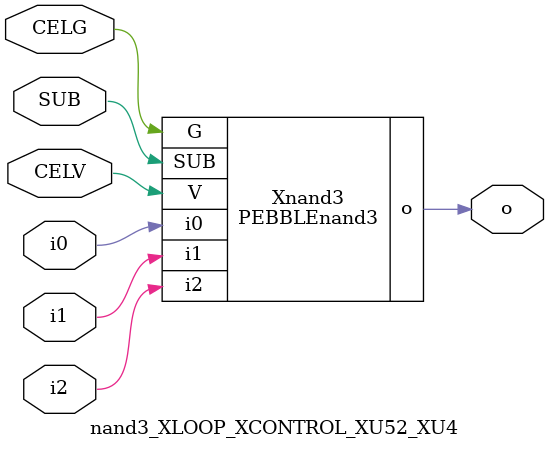
<source format=v>



module PEBBLEnand3 ( o, G, SUB, V, i0, i1, i2 );

  input i0;
  input V;
  input i2;
  input i1;
  input G;
  output o;
  input SUB;
endmodule

//Celera Confidential Do Not Copy nand3_XLOOP_XCONTROL_XU52_XU4
//Celera Confidential Symbol Generator
//5V Inverter
module nand3_XLOOP_XCONTROL_XU52_XU4 (CELV,CELG,i0,i1,i2,o,SUB);
input CELV;
input CELG;
input i0;
input i1;
input i2;
input SUB;
output o;

//Celera Confidential Do Not Copy nand3
PEBBLEnand3 Xnand3(
.V (CELV),
.i0 (i0),
.i1 (i1),
.i2 (i2),
.o (o),
.SUB (SUB),
.G (CELG)
);
//,diesize,PEBBLEnand3

//Celera Confidential Do Not Copy Module End
//Celera Schematic Generator
endmodule

</source>
